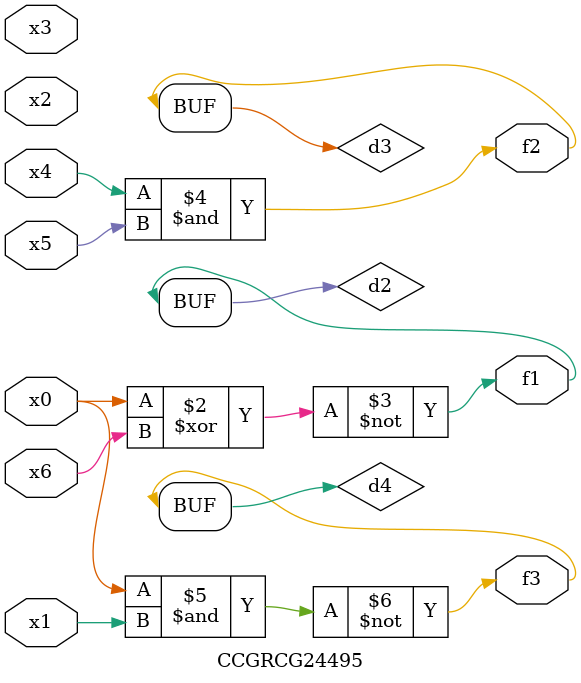
<source format=v>
module CCGRCG24495(
	input x0, x1, x2, x3, x4, x5, x6,
	output f1, f2, f3
);

	wire d1, d2, d3, d4;

	nor (d1, x0);
	xnor (d2, x0, x6);
	and (d3, x4, x5);
	nand (d4, x0, x1);
	assign f1 = d2;
	assign f2 = d3;
	assign f3 = d4;
endmodule

</source>
